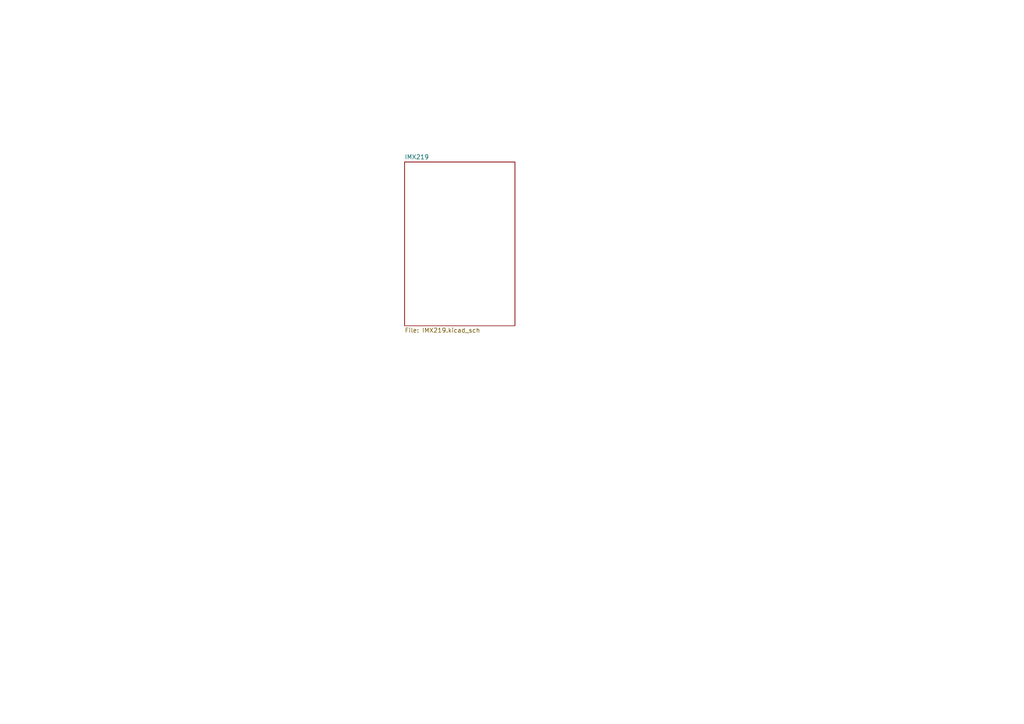
<source format=kicad_sch>
(kicad_sch (version 20230819) (generator eeschema)
  (paper "A4")
  (lib_symbols)
  (sheet (at 117.348 46.99) (size 32.004 47.498) (stroke (width 0.1524))
    (property "Sheetname" "IMX219" (at 117.348 46.2784 0) (effects (justify left bottom)))
    (property "Sheetfile" "IMX219.kicad_sch" (at 117.348 95.0726 0) (effects (justify left top)))
  )
)
</source>
